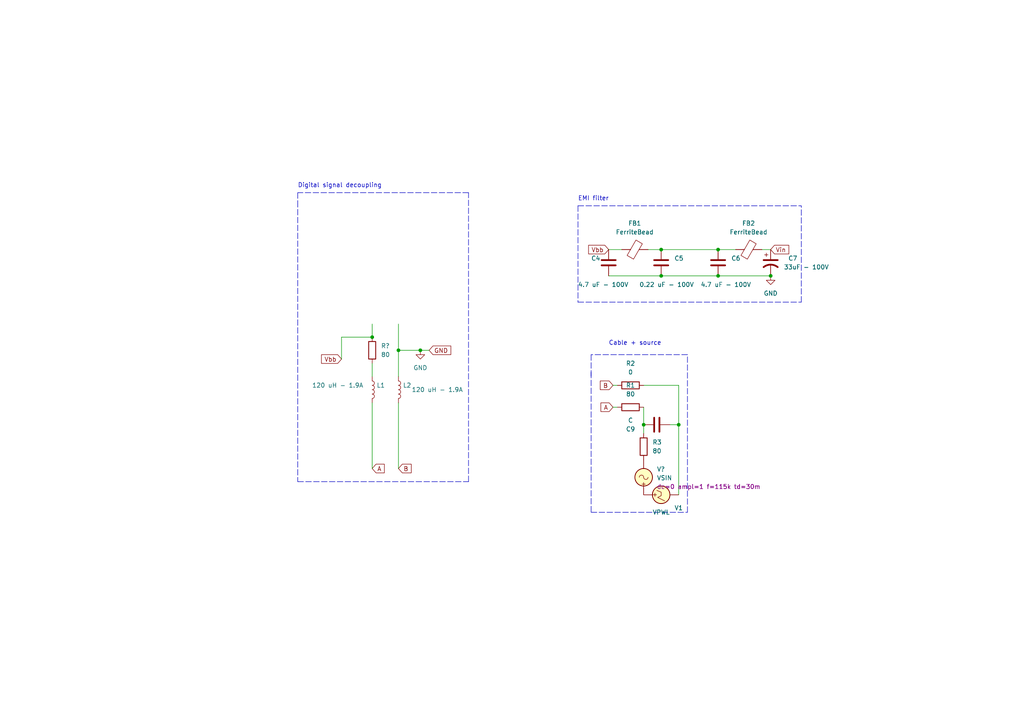
<source format=kicad_sch>
(kicad_sch (version 20211123) (generator eeschema)
  (paper "A4")
  (lib_symbols
    (symbol "Device:C" (pin_numbers hide) (pin_names (offset 0.254))
      (property "Reference" "C" (at 0.635 2.54 0))
      (property "Value" "C" (at 0.635 -2.54 0))
      (symbol "C_0_1"
        (polyline (pts (xy -2.032 -0.762) (xy 2.032 -0.762)) (stroke (width 0.508)))
        (polyline (pts (xy -2.032 0.762) (xy 2.032 0.762)) (stroke (width 0.508)))
      )
      (symbol "C_1_1"
        (pin passive line (at 0 3.81 270) (length 2.794) (name "~") (number "1"))
        (pin passive line (at 0 -3.81 90) (length 2.794) (name "~") (number "2"))
      )
    )
    (symbol "Device:C_Polarized_US" (pin_numbers hide) (pin_names (offset 0.254) hide)
      (property "Reference" "C" (at 0.635 2.54 0))
      (property "Value" "C_Polarized_US" (at 0.635 -2.54 0))
      (symbol "C_Polarized_US_0_1"
        (polyline (pts (xy -2.032 0.762) (xy 2.032 0.762)) (stroke (width 0.508)))
        (polyline (pts (xy -1.778 2.286) (xy -0.762 2.286)))
        (polyline (pts (xy -1.27 1.778) (xy -1.27 2.794)))
        (arc (start 2.032 -1.27) (mid 0 -0.5572) (end -2.032 -1.27) (stroke (width 0.508)))
      )
      (symbol "C_Polarized_US_1_1"
        (pin passive line (at 0 3.81 270) (length 2.794) (name "~") (number "1"))
        (pin passive line (at 0 -3.81 90) (length 3.302) (name "~") (number "2"))
      )
    )
    (symbol "Device:FerriteBead" (pin_numbers hide) (pin_names (offset 0))
      (property "Reference" "FB" (at -3.81 0.635 90))
      (property "Value" "FerriteBead" (at 3.81 0 90))
      (symbol "FerriteBead_0_1"
        (polyline (pts (xy 0 -1.27) (xy 0 -1.2192)))
        (polyline (pts (xy 0 1.27) (xy 0 1.2954)))
        (polyline (pts (xy -2.7686 0.4064) (xy -1.7018 2.2606) (xy 2.7686 -0.3048) (xy 1.6764 -2.159) (xy -2.7686 0.4064)))
      )
      (symbol "FerriteBead_1_1"
        (pin passive line (at 0 3.81 270) (length 2.54) (name "~") (number "1"))
        (pin passive line (at 0 -3.81 90) (length 2.54) (name "~") (number "2"))
      )
    )
    (symbol "Device:L" (pin_numbers hide) (pin_names (offset 1.016) hide)
      (property "Reference" "L" (at -1.27 0 90))
      (property "Value" "L" (at 1.905 0 90))
      (symbol "L_0_1"
        (arc (start 0 -2.54) (mid 0.635 -1.905) (end 0 -1.27))
        (arc (start 0 -1.27) (mid 0.635 -0.635) (end 0 0))
        (arc (start 0 0) (mid 0.635 0.635) (end 0 1.27))
        (arc (start 0 1.27) (mid 0.635 1.905) (end 0 2.54))
      )
      (symbol "L_1_1"
        (pin passive line (at 0 3.81 270) (length 1.27) (name "1") (number "1"))
        (pin passive line (at 0 -3.81 90) (length 1.27) (name "2") (number "2"))
      )
    )
    (symbol "Device:R" (pin_numbers hide) (pin_names (offset 0))
      (property "Reference" "R" (at 2.032 0 90))
      (property "Value" "R" (at 0 0 90))
      (symbol "R_0_1"
        (rectangle (start -1.016 -2.54) (end 1.016 2.54) (stroke (width 0.254)))
      )
      (symbol "R_1_1"
        (pin passive line (at 0 3.81 270) (length 1.27) (name "~") (number "1"))
        (pin passive line (at 0 -3.81 90) (length 1.27) (name "~") (number "2"))
      )
    )
    (symbol "Simulation_SPICE:VPWL" (pin_numbers hide) (pin_names (offset 0.0254))
      (property "Reference" "V" (at 2.54 2.54 0))
      (property "Value" "VPWL" (at 2.54 0 0))
      (property "Spice_Model" "pwl(0 -1 50n -1 51n 0 97n 1 171n -1 200n -1)" (at 2.54 -2.54 0))
      (symbol "VPWL_0_0"
        (polyline (pts (xy -1.778 -1.016) (xy -0.762 1.016) (xy -0.254 0) (xy 0.762 0) (xy 1.27 1.27)))
        (text "+" (at 0 1.905 0) (effects (font (size 1.27 1.27))))
      )
      (symbol "VPWL_0_1"
        (circle (center 0 0) (radius 2.54) (stroke (width 0.254)) (fill (type background)))
      )
      (symbol "VPWL_1_1"
        (pin passive line (at 0 5.08 270) (length 2.54) (name "~") (number "1"))
        (pin passive line (at 0 -5.08 90) (length 2.54) (name "~") (number "2"))
      )
    )
    (symbol "Simulation_SPICE:VSIN" (pin_numbers hide) (pin_names (offset 0.0254))
      (property "Reference" "V" (at 2.54 2.54 0))
      (property "Value" "VSIN" (at 2.54 0 0))
      (property "Spice_Model" "sin(0 1 1k)" (at 2.54 -2.54 0))
      (symbol "VSIN_0_0"
        (arc (start 0 0) (mid -0.635 0.635) (end -1.27 0))
        (arc (start 0 0) (mid 0.635 -0.635) (end 1.27 0))
        (text "+" (at 0 1.905 0) (effects (font (size 1.27 1.27))))
      )
      (symbol "VSIN_0_1"
        (circle (center 0 0) (radius 2.54) (stroke (width 0.254)) (fill (type background)))
      )
      (symbol "VSIN_1_1"
        (pin passive line (at 0 5.08 270) (length 2.54) (name "~") (number "1"))
        (pin passive line (at 0 -5.08 90) (length 2.54) (name "~") (number "2"))
      )
    )
    (symbol "power:GND" (power) (pin_names (offset 0))
      (property "Value" "GND" (at 0 -3.81 0))
      (symbol "GND_0_1"
        (polyline (pts (xy 0 0) (xy 0 -1.27) (xy 1.27 -1.27) (xy 0 -2.54) (xy -1.27 -1.27) (xy 0 -1.27)))
      )
      (symbol "GND_1_1"
        (pin power_in line (at 0 0 270) (length 0) hide (name "GND") (number "1"))
      )
    )
  )
  (junction (at 208.28 80.01))
  (junction (at 196.85 123.19))
  (junction (at 208.28 72.39))
  (junction (at 107.95 97.79))
  (junction (at 115.57 101.6))
  (junction (at 191.77 80.01))
  (junction (at 191.77 72.39))
  (junction (at 186.69 123.19))
  (junction (at 223.52 80.01))
  (junction (at 121.92 101.6))
  (wire (pts (xy 196.85 111.76) (xy 196.85 123.19)))
  (wire (pts (xy 177.8 111.76) (xy 179.07 111.76)))
  (polyline (pts (xy 86.36 55.88) (xy 86.36 58.42)))
  (wire (pts (xy 187.96 72.39) (xy 191.77 72.39)))
  (wire (pts (xy 196.85 123.19) (xy 196.85 143.51)))
  (wire (pts (xy 191.77 80.01) (xy 208.28 80.01)))
  (wire (pts (xy 115.57 93.98) (xy 115.57 101.6)))
  (polyline (pts (xy 86.36 139.7) (xy 135.89 139.7)))
  (wire (pts (xy 208.28 80.01) (xy 223.52 80.01)))
  (wire (pts (xy 220.98 72.39) (xy 223.52 72.39)))
  (wire (pts (xy 99.06 97.79) (xy 99.06 104.14)))
  (polyline (pts (xy 167.64 59.69) (xy 167.64 87.63)))
  (wire (pts (xy 107.95 105.41) (xy 107.95 109.22)))
  (polyline (pts (xy 167.64 59.69) (xy 232.41 59.69)))
  (wire (pts (xy 176.53 72.39) (xy 180.34 72.39)))
  (polyline (pts (xy 171.45 148.59) (xy 199.39 148.59)))
  (polyline (pts (xy 171.45 102.87) (xy 171.45 109.22)))
  (polyline (pts (xy 171.45 107.95) (xy 171.45 148.59)))
  (wire (pts (xy 107.95 116.84) (xy 107.95 135.89)))
  (polyline (pts (xy 199.39 148.59) (xy 199.39 102.87)))
  (polyline (pts (xy 199.39 102.87) (xy 171.45 102.87)))
  (wire (pts (xy 186.69 118.11) (xy 186.69 123.19)))
  (wire (pts (xy 186.69 111.76) (xy 196.85 111.76)))
  (wire (pts (xy 176.53 80.01) (xy 191.77 80.01)))
  (wire (pts (xy 121.92 101.6) (xy 124.46 101.6)))
  (wire (pts (xy 115.57 101.6) (xy 115.57 109.22)))
  (wire (pts (xy 208.28 72.39) (xy 213.36 72.39)))
  (wire (pts (xy 115.57 101.6) (xy 121.92 101.6)))
  (polyline (pts (xy 232.41 87.63) (xy 232.41 59.69)))
  (wire (pts (xy 186.69 123.19) (xy 186.69 125.73)))
  (wire (pts (xy 115.57 116.84) (xy 115.57 135.89)))
  (wire (pts (xy 194.31 123.19) (xy 196.85 123.19)))
  (polyline (pts (xy 135.89 139.7) (xy 135.89 55.88)))
  (polyline (pts (xy 86.36 58.42) (xy 86.36 139.7)))
  (wire (pts (xy 191.77 72.39) (xy 208.28 72.39)))
  (polyline (pts (xy 167.64 87.63) (xy 232.41 87.63)))
  (wire (pts (xy 99.06 97.79) (xy 107.95 97.79)))
  (polyline (pts (xy 135.89 55.88) (xy 86.36 55.88)))
  (wire (pts (xy 177.8 118.11) (xy 179.07 118.11)))
  (wire (pts (xy 107.95 93.98) (xy 107.95 97.79)))
  (text "EMI filter\n" (at 167.64 58.42 0) (effects (font (size 1.27 1.27)) (justify left bottom)))
  (text "Cable + source" (at 176.53 100.33 0) (effects (font (size 1.27 1.27)) (justify left bottom)))
  (text "Digital signal decoupling\n" (at 86.36 54.61 0) (effects (font (size 1.27 1.27)) (justify left bottom)))
  (global_label "B" (shape input) (at 177.8 111.76 180) (property "Intersheet References" "${INTERSHEET_REFS}" (effects hide)))
  (global_label "A" (shape input) (at 177.8 118.11 180) (property "Intersheet References" "${INTERSHEET_REFS}" (effects hide)))
  (global_label "A" (shape input) (at 107.95 135.89 0) (property "Intersheet References" "${INTERSHEET_REFS}" (effects hide)))
  (global_label "Vbb" (shape input) (at 176.53 72.39 180) (property "Intersheet References" "${INTERSHEET_REFS}" (effects hide)))
  (global_label "Vin" (shape input) (at 223.52 72.39 0) (property "Intersheet References" "${INTERSHEET_REFS}" (effects hide)))
  (global_label "Vbb" (shape input) (at 99.06 104.14 180) (property "Intersheet References" "${INTERSHEET_REFS}" (effects hide)))
  (global_label "GND" (shape input) (at 124.46 101.6 0) (property "Intersheet References" "${INTERSHEET_REFS}" (effects hide)))
  (global_label "B" (shape input) (at 115.57 135.89 0) (property "Intersheet References" "${INTERSHEET_REFS}" (effects hide)))
  (symbol (lib_id "Device:C") (at 191.77 76.2 0) (unit 1)
    (property "Reference" "C5" (at 195.58 74.9299 0) (effects (justify left)))
    (property "Value" "0.22 uF - 100V" (at 185.42 82.55 0) (effects (justify left)))
    (property "Footprint" "Capacitor_SMD:C_0805_2012Metric" (effects hide))
    (property "Datasheet" "https://www.digikey.ca/en/products/detail/murata-electronics/BLM31PG121SN1L/584265" (effects hide))
    (property "Spice_Primitive" "C" (effects hide))
    (property "Spice_Model" "0.22u" (effects hide))
    (property "Spice_Netlist_Enabled" "Y" (effects hide))
  )
  (symbol (lib_id "Simulation_SPICE:VPWL") (at 191.77 143.51 90) (unit 1)
    (property "Reference" "V1" (at 196.85 147.32 90))
    (property "Value" "VPWL" (at 191.77 148.59 90))
    (property "Spice_Netlist_Enabled" "Y" (effects hide))
    (property "Spice_Primitive" "V" (effects hide))
    (property "Spice_Model" "pwl(0 0 0.001 100)" (effects hide))
  )
  (symbol (lib_id "power:GND") (at 223.52 80.01 0) (unit 1)
    (property "Reference" "#PWR02" (effects hide))
    (property "Value" "GND" (at 223.52 85.09 0))
  )
  (symbol (lib_id "Device:C") (at 190.5 123.19 90) (unit 1)
    (property "Reference" "C9" (at 182.88 124.46 90))
    (property "Value" "C" (at 182.88 121.92 90))
    (property "Spice_Primitive" "C" (effects hide))
    (property "Spice_Model" "0" (effects hide))
    (property "Spice_Netlist_Enabled" "Y" (effects hide))
  )
  (symbol (lib_id "Device:C") (at 208.28 76.2 0) (unit 1)
    (property "Reference" "C6" (at 212.09 74.9299 0) (effects (justify left)))
    (property "Value" "4.7 uF - 100V" (at 203.2 82.55 0) (effects (justify left)))
    (property "Footprint" "Capacitor_SMD:C_1210_3225Metric" (effects hide))
    (property "Datasheet" "https://www.digikey.ca/en/products/detail/taiyo-yuden/HMK325C7475KN-TE/6563631" (effects hide))
    (property "Spice_Primitive" "C" (effects hide))
    (property "Spice_Model" "4.7u" (effects hide))
    (property "Spice_Netlist_Enabled" "Y" (effects hide))
  )
  (symbol (lib_id "Device:R") (at 182.88 111.76 270) (unit 1)
    (property "Reference" "R2" (at 182.88 105.41 90))
    (property "Value" "0" (at 182.88 107.95 90))
    (property "Spice_Primitive" "R" (effects hide))
    (property "Spice_Model" "0" (effects hide))
    (property "Spice_Netlist_Enabled" "Y" (effects hide))
  )
  (symbol (lib_id "Device:R") (at 107.95 101.6 180) (unit 1)
    (property "Reference" "R?" (at 110.49 100.3299 0) (effects (justify right)))
    (property "Value" "80" (at 110.49 102.8699 0) (effects (justify right)))
    (property "Spice_Primitive" "R" (effects hide))
    (property "Spice_Model" "100" (effects hide))
    (property "Spice_Netlist_Enabled" "Y" (effects hide))
  )
  (symbol (lib_id "Device:C") (at 176.53 76.2 0) (unit 1)
    (property "Reference" "C4" (at 171.45 74.93 0) (effects (justify left)))
    (property "Value" "4.7 uF - 100V" (at 167.64 82.55 0) (effects (justify left)))
    (property "Footprint" "Capacitor_SMD:C_1210_3225Metric" (effects hide))
    (property "Datasheet" "https://www.digikey.ca/en/products/detail/taiyo-yuden/HMK325C7475KN-TE/6563631" (effects hide))
    (property "Spice_Primitive" "C" (effects hide))
    (property "Spice_Model" "4.7u" (effects hide))
    (property "Spice_Netlist_Enabled" "Y" (effects hide))
  )
  (symbol (lib_id "Device:R") (at 182.88 118.11 90) (unit 1)
    (property "Reference" "R1" (at 182.88 111.76 90))
    (property "Value" "80" (at 182.88 114.3 90))
    (property "Spice_Primitive" "R" (effects hide))
    (property "Spice_Model" "0" (effects hide))
    (property "Spice_Netlist_Enabled" "Y" (effects hide))
  )
  (symbol (lib_id "Device:L") (at 115.57 113.03 0) (unit 1)
    (property "Reference" "L2" (at 116.84 111.7599 0) (effects (justify left)))
    (property "Value" "120 uH - 1.9A" (at 119.38 113.03 0) (effects (justify left)))
    (property "Footprint" "Library:INDPM120120X805N" (effects hide))
    (property "Datasheet" "https://www.mouser.ca/ProductDetail/Coilcraft/MSS1278-124KLD?qs=zCSbvcPd3pamrG5NctO%252BzQ%3D%3D" (effects hide))
    (property "Spice_Primitive" "L" (effects hide))
    (property "Spice_Model" "120u" (effects hide))
    (property "Spice_Netlist_Enabled" "Y" (effects hide))
  )
  (symbol (lib_id "Device:FerriteBead") (at 184.15 72.39 90) (unit 1)
    (property "Reference" "FB1" (at 184.0992 64.77 90))
    (property "Value" "FerriteBead" (at 184.0992 67.31 90))
    (property "Footprint" "Capacitor_SMD:C_0805_2012Metric" (effects hide))
    (property "Datasheet" "https://www.digikey.ca/en/products/detail/w%C3%BCrth-elektronik/782853131/14670233" (effects hide))
    (property "Spice_Primitive" "R" (effects hide))
    (property "Spice_Model" "0.03" (effects hide))
    (property "Spice_Netlist_Enabled" "Y" (effects hide))
  )
  (symbol (lib_id "Device:R") (at 186.69 129.54 180) (unit 1)
    (property "Reference" "R3" (at 189.23 128.2699 0) (effects (justify right)))
    (property "Value" "80" (at 189.23 130.8099 0) (effects (justify right)))
    (property "Spice_Primitive" "R" (effects hide))
    (property "Spice_Model" "0" (effects hide))
    (property "Spice_Netlist_Enabled" "Y" (effects hide))
  )
  (symbol (lib_id "Device:L") (at 107.95 113.03 0) (unit 1)
    (property "Reference" "L1" (at 109.22 111.7599 0) (effects (justify left)))
    (property "Value" "120 uH - 1.9A" (at 105.41 111.76 0) (effects (justify right)))
    (property "Footprint" "Library:INDPM120120X805N" (effects hide))
    (property "Datasheet" "https://www.mouser.ca/ProductDetail/Coilcraft/MSS1278-124KLD?qs=zCSbvcPd3pamrG5NctO%252BzQ%3D%3D" (effects hide))
    (property "Spice_Primitive" "L" (effects hide))
    (property "Spice_Model" "120u" (effects hide))
    (property "Spice_Netlist_Enabled" "Y" (effects hide))
  )
  (symbol (lib_id "Device:FerriteBead") (at 217.17 72.39 90) (unit 1)
    (property "Reference" "FB2" (at 217.1192 64.77 90))
    (property "Value" "FerriteBead" (at 217.1192 67.31 90))
    (property "Footprint" "Capacitor_SMD:C_0805_2012Metric" (effects hide))
    (property "Datasheet" "https://www.digikey.ca/en/products/detail/w%C3%BCrth-elektronik/782853131/14670233" (effects hide))
    (property "Spice_Primitive" "R" (effects hide))
    (property "Spice_Model" "0.03" (effects hide))
    (property "Spice_Netlist_Enabled" "Y" (effects hide))
  )
  (symbol (lib_id "Device:C_Polarized_US") (at 223.52 76.2 0) (unit 1)
    (property "Reference" "C7" (at 228.6 74.93 0) (effects (justify left)))
    (property "Value" "33uF - 100V" (at 227.33 77.47 0) (effects (justify left)))
    (property "Footprint" "Capacitor_SMD:CP_Elec_10x10.5" (effects hide))
    (property "Datasheet" "https://www.digikey.ca/en/products/detail/rubycon/100SEV33M10X10-5/3568758" (effects hide))
    (property "Spice_Primitive" "C" (effects hide))
    (property "Spice_Model" "33u" (effects hide))
    (property "Spice_Netlist_Enabled" "Y" (effects hide))
  )
  (symbol (lib_id "power:GND") (at 121.92 101.6 0) (unit 1)
    (property "Reference" "#PWR01" (effects hide))
    (property "Value" "GND" (at 121.92 106.68 0))
  )
  (symbol (lib_id "Simulation_SPICE:VSIN") (at 186.69 138.43 180) (unit 1)
    (property "Reference" "V?" (at 190.5 136.0796 0) (effects (justify right)))
    (property "Value" "VSIN" (at 190.5 138.6196 0) (effects (justify right)))
    (property "Spice_Netlist_Enabled" "Y" (effects hide))
    (property "Spice_Primitive" "V" (effects hide))
    (property "Spice_Model" "sin(0 1 115k 30m)" (at 190.5 141.1596 0) (effects (justify right)))
  )
)
</source>
